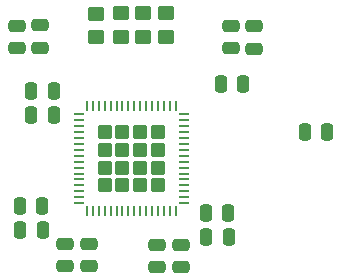
<source format=gbr>
%TF.GenerationSoftware,KiCad,Pcbnew,9.0.0-rc1*%
%TF.CreationDate,2025-01-08T18:27:09+01:00*%
%TF.ProjectId,HBST,48425354-2e6b-4696-9361-645f70636258,rev?*%
%TF.SameCoordinates,Original*%
%TF.FileFunction,Paste,Top*%
%TF.FilePolarity,Positive*%
%FSLAX46Y46*%
G04 Gerber Fmt 4.6, Leading zero omitted, Abs format (unit mm)*
G04 Created by KiCad (PCBNEW 9.0.0-rc1) date 2025-01-08 18:27:09*
%MOMM*%
%LPD*%
G01*
G04 APERTURE LIST*
G04 Aperture macros list*
%AMRoundRect*
0 Rectangle with rounded corners*
0 $1 Rounding radius*
0 $2 $3 $4 $5 $6 $7 $8 $9 X,Y pos of 4 corners*
0 Add a 4 corners polygon primitive as box body*
4,1,4,$2,$3,$4,$5,$6,$7,$8,$9,$2,$3,0*
0 Add four circle primitives for the rounded corners*
1,1,$1+$1,$2,$3*
1,1,$1+$1,$4,$5*
1,1,$1+$1,$6,$7*
1,1,$1+$1,$8,$9*
0 Add four rect primitives between the rounded corners*
20,1,$1+$1,$2,$3,$4,$5,0*
20,1,$1+$1,$4,$5,$6,$7,0*
20,1,$1+$1,$6,$7,$8,$9,0*
20,1,$1+$1,$8,$9,$2,$3,0*%
G04 Aperture macros list end*
%ADD10RoundRect,0.062500X-0.062500X-0.375000X0.062500X-0.375000X0.062500X0.375000X-0.062500X0.375000X0*%
%ADD11RoundRect,0.062500X-0.375000X-0.062500X0.375000X-0.062500X0.375000X0.062500X-0.375000X0.062500X0*%
%ADD12RoundRect,0.250001X-0.354999X-0.354999X0.354999X-0.354999X0.354999X0.354999X-0.354999X0.354999X0*%
%ADD13RoundRect,0.250000X-0.250000X-0.475000X0.250000X-0.475000X0.250000X0.475000X-0.250000X0.475000X0*%
%ADD14RoundRect,0.250000X0.475000X-0.250000X0.475000X0.250000X-0.475000X0.250000X-0.475000X-0.250000X0*%
%ADD15RoundRect,0.250000X-0.475000X0.250000X-0.475000X-0.250000X0.475000X-0.250000X0.475000X0.250000X0*%
%ADD16RoundRect,0.250000X0.450000X-0.350000X0.450000X0.350000X-0.450000X0.350000X-0.450000X-0.350000X0*%
%ADD17RoundRect,0.250000X0.250000X0.475000X-0.250000X0.475000X-0.250000X-0.475000X0.250000X-0.475000X0*%
G04 APERTURE END LIST*
D10*
%TO.C,U1*%
X145750000Y-95062500D03*
X146250000Y-95062500D03*
X146750000Y-95062500D03*
X147250000Y-95062500D03*
X147750000Y-95062500D03*
X148250000Y-95062500D03*
X148750000Y-95062500D03*
X149250000Y-95062500D03*
X149750000Y-95062500D03*
X150250000Y-95062500D03*
X150750000Y-95062500D03*
X151250000Y-95062500D03*
X151750000Y-95062500D03*
X152250000Y-95062500D03*
X152750000Y-95062500D03*
X153250000Y-95062500D03*
D11*
X153937500Y-95750000D03*
X153937500Y-96250000D03*
X153937500Y-96750000D03*
X153937500Y-97250000D03*
X153937500Y-97750000D03*
X153937500Y-98250000D03*
X153937500Y-98750000D03*
X153937500Y-99250000D03*
X153937500Y-99750000D03*
X153937500Y-100250000D03*
X153937500Y-100750000D03*
X153937500Y-101250000D03*
X153937500Y-101750000D03*
X153937500Y-102250000D03*
X153937500Y-102750000D03*
X153937500Y-103250000D03*
D10*
X153250000Y-103937500D03*
X152750000Y-103937500D03*
X152250000Y-103937500D03*
X151750000Y-103937500D03*
X151250000Y-103937500D03*
X150750000Y-103937500D03*
X150250000Y-103937500D03*
X149750000Y-103937500D03*
X149250000Y-103937500D03*
X148750000Y-103937500D03*
X148250000Y-103937500D03*
X147750000Y-103937500D03*
X147250000Y-103937500D03*
X146750000Y-103937500D03*
X146250000Y-103937500D03*
X145750000Y-103937500D03*
D11*
X145062500Y-103250000D03*
X145062500Y-102750000D03*
X145062500Y-102250000D03*
X145062500Y-101750000D03*
X145062500Y-101250000D03*
X145062500Y-100750000D03*
X145062500Y-100250000D03*
X145062500Y-99750000D03*
X145062500Y-99250000D03*
X145062500Y-98750000D03*
X145062500Y-98250000D03*
X145062500Y-97750000D03*
X145062500Y-97250000D03*
X145062500Y-96750000D03*
X145062500Y-96250000D03*
X145062500Y-95750000D03*
D12*
X151750000Y-101750000D03*
X151750000Y-100250000D03*
X151750000Y-98750000D03*
X151750000Y-97250000D03*
X150250000Y-101750000D03*
X150250000Y-100250000D03*
X150250000Y-98750000D03*
X150250000Y-97250000D03*
X148750000Y-101750000D03*
X148750000Y-100250000D03*
X148750000Y-98750000D03*
X148750000Y-97250000D03*
X147250000Y-101750000D03*
X147250000Y-100250000D03*
X147250000Y-98750000D03*
X147250000Y-97250000D03*
%TD*%
D13*
%TO.C,C2*%
X142950000Y-95800000D03*
X141050000Y-95800000D03*
%TD*%
D14*
%TO.C,C16*%
X159900000Y-88300000D03*
X159900000Y-90200000D03*
%TD*%
D13*
%TO.C,C9*%
X159000000Y-93200000D03*
X157100000Y-93200000D03*
%TD*%
D15*
%TO.C,C7*%
X153700000Y-108700000D03*
X153700000Y-106800000D03*
%TD*%
D14*
%TO.C,C15*%
X157920000Y-88250000D03*
X157920000Y-90150000D03*
%TD*%
%TO.C,C13*%
X139800000Y-88250000D03*
X139800000Y-90150000D03*
%TD*%
D13*
%TO.C,C3*%
X141950000Y-103500000D03*
X140050000Y-103500000D03*
%TD*%
D16*
%TO.C,R1*%
X146500000Y-89212500D03*
X146500000Y-87212500D03*
%TD*%
D13*
%TO.C,C12*%
X157700000Y-104100000D03*
X155800000Y-104100000D03*
%TD*%
D15*
%TO.C,C8*%
X151700000Y-108700000D03*
X151700000Y-106800000D03*
%TD*%
D13*
%TO.C,C11*%
X157750000Y-106100000D03*
X155850000Y-106100000D03*
%TD*%
D16*
%TO.C,R2*%
X148600000Y-87187500D03*
X148600000Y-89187500D03*
%TD*%
%TO.C,R4*%
X152450000Y-89187500D03*
X152450000Y-87187500D03*
%TD*%
D14*
%TO.C,C14*%
X141800000Y-88200000D03*
X141800000Y-90100000D03*
%TD*%
D13*
%TO.C,C4*%
X142000000Y-105500000D03*
X140100000Y-105500000D03*
%TD*%
%TO.C,C10*%
X166100000Y-97200000D03*
X164200000Y-97200000D03*
%TD*%
D17*
%TO.C,C1*%
X141050000Y-93800000D03*
X142950000Y-93800000D03*
%TD*%
D16*
%TO.C,R3*%
X150500000Y-89187500D03*
X150500000Y-87187500D03*
%TD*%
D14*
%TO.C,C6*%
X145900000Y-106700000D03*
X145900000Y-108600000D03*
%TD*%
%TO.C,C5*%
X143900000Y-106700000D03*
X143900000Y-108600000D03*
%TD*%
M02*

</source>
